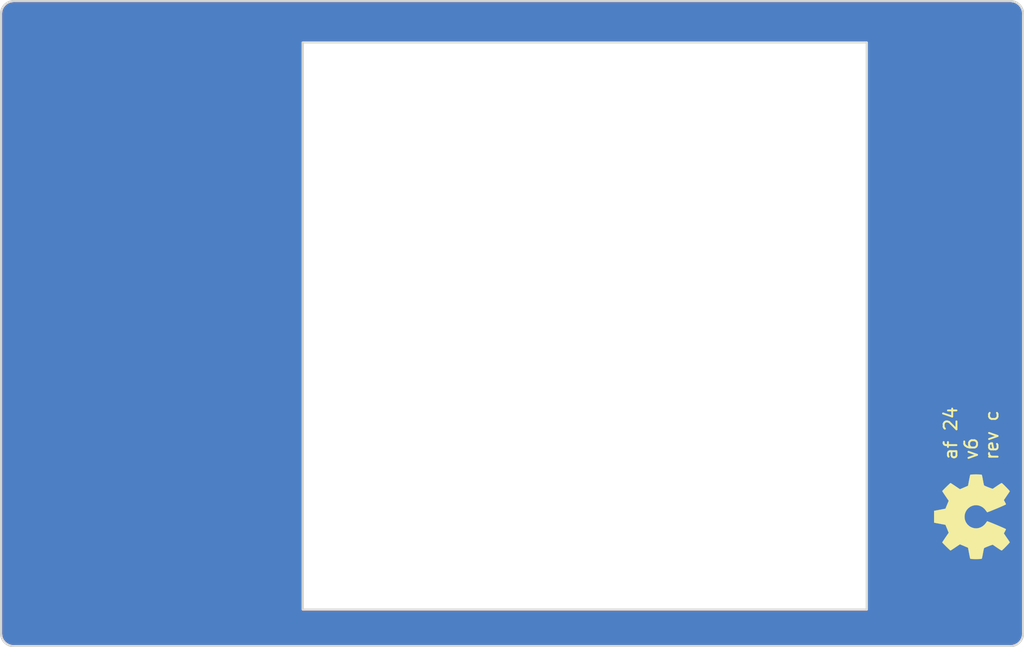
<source format=kicad_pcb>
(kicad_pcb (version 20241229) (generator "pcbnew") (generator_version "9.0")
  (title_block (title "loeti v6") (date "2025-07-01") (rev "c") (company "elagil") (comment 1 "Fits Hammond mfg. case 1455C801/1455C802") (comment 2 "USB impedance matched for substrate: JLC04161H-7628"))
  (layers (0 "F.Cu" mixed) (2 "B.Cu" mixed) (13 "F.Paste" user) (15 "B.Paste" user) (5 "F.SilkS" user "F.Silkscreen") (7 "B.SilkS" user "B.Silkscreen") (1 "F.Mask" user) (3 "B.Mask" user) (25 "Edge.Cuts" user))
  (net 0 "")
  (net 1 "GND")
  (footprint "Symbol:OSHW-Symbol_6.7x6mm_SilkScreen" (layer "F.Cu") (at 182.875 111.875 90)
    (property "Reference" "oshw1" (hide yes))
    (property "Value" "Logo_Open_Hardware_Large" (hide yes))
    (fp_poly (pts (xy 0.555814 -2.531069) (xy 0.639635 -2.086445) (xy 0.94892 -1.958947) (xy 1.258206 -1.831449) (xy 1.629246 -2.083754) (xy 1.733157 -2.154004) (xy 1.827087 -2.216728) (xy 1.906652 -2.269062) (xy 1.96747 -2.308143) (xy 2.005157 -2.331107) (xy 2.015421 -2.336058) (xy 2.03391 -2.323324) (xy 2.07342 -2.288118) (xy 2.129522 -2.234938) (xy 2.197787 -2.168282) (xy 2.273786 -2.092646) (xy 2.353092 -2.012528) (xy 2.431275 -1.932426) (xy 2.503907 -1.856836) (xy 2.566559 -1.790255) (xy 2.614803 -1.737182) (xy 2.64421 -1.702113) (xy 2.651241 -1.690377) (xy 2.641123 -1.66874) (xy 2.612759 -1.621338) (xy 2.569129 -1.552807) (xy 2.513218 -1.467785) (xy 2.448006 -1.370907) (xy 2.410219 -1.31565) (xy 2.341343 -1.214752) (xy 2.28014 -1.123701) (xy 2.229578 -1.04703) (xy 2.192628 -0.989272) (xy 2.172258 -0.954957) (xy 2.169197 -0.947746) (xy 2.176136 -0.927252) (xy 2.195051 -0.879487) (xy 2.223087 -0.811168) (xy 2.257391 -0.729011) (xy 2.295109 -0.63973) (xy 2.333387 -0.550042) (xy 2.36937 -0.466662) (xy 2.400206 -0.396306) (xy 2.423039 -0.34569) (xy 2.435017 -0.321529) (xy 2.435724 -0.320578) (xy 2.454531 -0.315964) (xy 2.504618 -0.305672) (xy 2.580793 -0.290713) (xy 2.677865 -0.272099) (xy 2.790643 -0.250841) (xy 2.856442 -0.238582) (xy 2.97695 -0.215638) (xy 3.085797 -0.193805) (xy 3.177476 -0.174278) (xy 3.246481 -0.158252) (xy 3.287304 -0.146921) (xy 3.295511 -0.143326) (xy 3.303548 -0.118994) (xy 3.310033 -0.064041) (xy 3.31497 0.015108) (xy 3.318364 0.112026) (xy 3.320218 0.220287) (xy 3.320538 0.333465) (xy 3.319327 0.445135) (xy 3.31659 0.548868) (xy 3.312331 0.638241) (xy 3.306555 0.706826) (xy 3.299267 0.748197) (xy 3.294895 0.75681) (xy 3.268764 0.767133) (xy 3.213393 0.781892) (xy 3.136107 0.799352) (xy 3.04423 0.81778) (xy 3.012158 0.823741) (xy 2.857524 0.852066) (xy 2.735375 0.874876) (xy 2.641673 0.89308) (xy 2.572384 0.907583) (xy 2.523471 0.919292) (xy 2.490897 0.929115) (xy 2.470628 0.937956) (xy 2.458626 0.946724) (xy 2.456947 0.948457) (xy 2.440184 0.976371) (xy 2.414614 1.030695) (xy 2.382788 1.104777) (xy 2.34726 1.191965) (xy 2.310583 1.285608) (xy 2.275311 1.379052) (xy 2.243996 1.465647) (xy 2.219193 1.53874) (xy 2.203454 1.591678) (xy 2.199332 1.617811) (xy 2.199676 1.618726) (xy 2.213641 1.640086) (xy 2.245322 1.687084) (xy 2.291391 1.754827) (xy 2.348518 1.838423) (xy 2.413373 1.932982) (xy 2.431843 1.959854) (xy 2.497699 2.057275) (xy 2.55565 2.146163) (xy 2.602538 2.221412) (xy 2.635207 2.27792) (xy 2.6505 2.310581) (xy 2.651241 2.314593) (xy 2.638392 2.335684) (xy 2.602888 2.377464) (xy 2.549293 2.435445) (xy 2.482171 2.505135) (xy 2.406087 2.582045) (xy 2.325604 2.661683) (xy 2.245287 2.739561) (xy 2.169699 2.811186) (xy 2.103405 2.87207) (xy 2.050969 2.917721) (xy 2.016955 2.94365) (xy 2.007545 2.947883) (xy 1.985643 2.937912) (xy 1.9408 2.91102) (xy 1.880321 2.871736) (xy 1.833789 2.840117) (xy 1.749475 2.782098) (xy 1.649626 2.713784) (xy 1.549473 2.645579) (xy 1.495627 2.609075) (xy 1.313371 2.4858) (xy 1.160381 2.56852) (xy 1.090682 2.604759) (xy 1.031414 2.632926) (xy 0.991311 2.648991) (xy 0.981103 2.651226) (xy 0.968829 2.634722) (xy 0.944613 2.588082) (xy 0.910263 2.515609) (xy 0.867588 2.421606) (xy 0.818394 2.310374) (xy 0.76449 2.186215) (xy 0.707684 2.053432) (xy 0.649782 1.916327) (xy 0.592593 1.779202) (xy 0.537924 1.646358) (xy 0.487584 1.522098) (xy 0.44338 1.410725) (xy 0.407119 1.316539) (xy 0.380609 1.243844) (xy 0.365658 1.196941) (xy 0.363254 1.180833) (xy 0.382311 1.160286) (xy 0.424036 1.126933) (xy 0.479706 1.087702) (xy 0.484378 1.084599) (xy 0.628264 0.969423) (xy 0.744283 0.835053) (xy 0.83143 0.685784) (xy 0.888699 0.525913) (xy 0.915086 0.359737) (xy 0.909585 0.191552) (xy 0.87119 0.025655) (xy 0.798895 -0.133658) (xy 0.777626 -0.168513) (xy 0.666996 -0.309263) (xy 0.536302 -0.422286) (xy 0.390064 -0.506997) (xy 0.232808 -0.562806) (xy 0.069057 -0.589126) (xy -0.096667 -0.58537) (xy -0.259838 -0.55095) (xy -0.415935 -0.485277) (xy -0.560433 -0.387765) (xy -0.605131 -0.348187) (xy -0.718888 -0.224297) (xy -0.801782 -0.093876) (xy -0.858644 0.052315) (xy -0.890313 0.197088) (xy -0.898131 0.35986) (xy -0.872062 0.52344) (xy -0.814755 0.682298) (xy -0.728856 0.830906) (xy -0.617014 0.963735) (xy -0.481877 1.075256) (xy -0.464117 1.087011) (xy -0.40785 1.125508) (xy -0.365077 1.158863) (xy -0.344628 1.18016) (xy -0.344331 1.180833) (xy -0.348721 1.203871) (xy -0.366124 1.256157) (xy -0.394732 1.33339) (xy -0.432735 1.431268) (xy -0.478326 1.545491) (xy -0.529697 1.671758) (xy -0.585038 1.805767) (xy -0.642542 1.943218) (xy -0.700399 2.079808) (xy -0.756802 2.211237) (xy -0.809942 2.333205) (xy -0.85801 2.441409) (xy -0.899199 2.531549) (xy -0.931699 2.599323) (xy -0.953703 2.64043) (xy -0.962564 2.651226) (xy -0.98964 2.642819) (xy -1.040303 2.620272) (xy -1.105817 2.587613) (xy -1.141841 2.56852) (xy -1.294832 2.4858) (xy -1.477088 2.609075) (xy -1.570125 2.672228) (xy -1.671985 2.741727) (xy -1.767438 2.807165) (xy -1.81525 2.840117) (xy -1.882495 2.885273) (xy -1.939436 2.921057) (xy -1.978646 2.942938) (xy -1.991381 2.947563) (xy -2.009917 2.935085) (xy -2.050941 2.900252) (xy -2.110475 2.846678) (xy -2.184542 2.777983) (xy -2.269165 2.697781) (xy -2.322685 2.646286) (xy -2.416319 2.554286) (xy -2.497241 2.471999) (xy -2.562177 2.402945) (xy -2.607858 2.350644) (xy -2.631011 2.318616) (xy -2.633232 2.312116) (xy -2.622924 2.287394) (xy -2.594439 2.237405) (xy -2.550937 2.167212) (xy -2.495577 2.081875) (xy -2.43152 1.986456) (xy -2.413303 1.959854) (xy -2.346927 1.863167) (xy -2.287378 1.776117) (xy -2.237984 1.703595) (xy -2.202075 1.650493) (xy -2.182981 1.621703) (xy -2.181136 1.618726) (xy -2.183895 1.595782) (xy -2.198538 1.545336) (xy -2.222513 1.474041) (xy -2.253266 1.388547) (xy -2.288244 1.295507) (xy -2.324893 1.201574) (xy -2.360661 1.113399) (xy -2.392994 1.037634) (xy -2.419338 0.980931) (xy -2.437142 0.949943) (xy -2.438407 0.948457) (xy -2.449294 0.939601) (xy -2.467682 0.930843) (xy -2.497606 0.921277) (xy -2.543103 0.909996) (xy -2.608209 0.896093) (xy -2.696961 0.878663) (xy -2.813393 0.856798) (xy -2.961542 0.829591) (xy -2.993618 0.823741) (xy -3.088686 0.805374) (xy -3.171565 0.787405) (xy -3.23493 0.771569) (xy -3.271458 0.7596) (xy -3.276356 0.75681) (xy -3.284427 0.732072) (xy -3.290987 0.67679) (xy -3.296033 0.597389) (xy -3.299559 0.500296) (xy -3.301561 0.391938) (xy -3.302036 0.27874) (xy -3.300977 0.167128) (xy -3.298382 0.063529) (xy -3.294246 -0.025632) (xy -3.288563 -0.093928) (xy -3.281331 -0.134934) (xy -3.276971 -0.143326) (xy -3.252698 -0.151792) (xy -3.197426 -0.165565) (xy -3.116662 -0.18345) (xy -3.015912 -0.204252) (xy -2.900683 -0.226777) (xy -2.837902 -0.238582) (xy -2.718787 -0.260849) (xy -2.612565 -0.281021) (xy -2.524427 -0.298085) (xy -2.459566 -0.311031) (xy -2.423174 -0.318845) (xy -2.417184 -0.320578) (xy -2.407061 -0.34011) (xy -2.385662 -0.387157) (xy -2.355839 -0.454997) (xy -2.320445 -0.536909) (xy -2.282332 -0.626172) (xy -2.244353 -0.716065) (xy -2.20936 -0.799865) (xy -2.180206 -0.870853) (xy -2.159743 -0.922306) (xy -2.150823 -0.947503) (xy -2.150657 -0.948604) (xy -2.160769 -0.968481) (xy -2.189117 -1.014223) (xy -2.232723 -1.081283) (xy -2.288606 -1.165116) (xy -2.353787 -1.261174) (xy -2.391679 -1.31635) (xy -2.460725 -1.417519) (xy -2.52205 -1.50937) (xy -2.572663 -1.587256) (xy -2.609571 -1.646531) (xy -2.629782 -1.682549) (xy -2.632701 -1.690623) (xy -2.620153 -1.709416) (xy -2.585463 -1.749543) (xy -2.533063 -1.806507) (xy -2.467384 -1.875815) (xy -2.392856 -1.952969) (xy -2.313913 -2.033475) (xy -2.234983 -2.112837) (xy -2.1605 -2.18656) (xy -2.094894 -2.250148) (xy -2.042596 -2.299106) (xy -2.008039 -2.328939) (xy -1.996478 -2.336058) (xy -1.977654 -2.326047) (xy -1.932631 -2.297922) (xy -1.865787 -2.254546) (xy -1.781499 -2.198782) (xy -1.684144 -2.133494) (xy -1.610707 -2.083754) (xy -1.239667 -1.831449) (xy -0.621095 -2.086445) (xy -0.537275 -2.531069) (xy -0.453454 -2.975693) (xy 0.471994 -2.975693) (xy 0.555814 -2.531069)) (stroke (width 0.01)) (fill yes) (layer "F.SilkS"))
  )
  (gr_line (start 106.875 72.5) (end 106.875 121) (stroke (width 0.15)) (layer "Edge.Cuts"))
  (gr_line (start 186.875 121) (end 186.875 72.5) (stroke (width 0.15)) (layer "Edge.Cuts"))
  (gr_arc (start 185.875 71.5) (mid 186.582107 71.792893) (end 186.875 72.5) (stroke (width 0.15)) (layer "Edge.Cuts"))
  (gr_line (start 185.875 71.5) (end 107.875 71.5) (stroke (width 0.15)) (layer "Edge.Cuts"))
  (gr_arc (start 186.875 121) (mid 186.582107 121.707107) (end 185.875 122) (stroke (width 0.15)) (layer "Edge.Cuts"))
  (gr_arc (start 107.875 122) (mid 107.167893 121.707107) (end 106.875 121) (stroke (width 0.15)) (layer "Edge.Cuts"))
  (gr_line (start 107.875 122) (end 185.875 122) (stroke (width 0.15)) (layer "Edge.Cuts"))
  (gr_arc (start 106.875 72.5) (mid 107.167893 71.792893) (end 107.875 71.5) (stroke (width 0.15)) (layer "Edge.Cuts"))
  (gr_rect (start 130.5 74.75) (end 174.625 119.125) (stroke (width 0.15)) (fill no) (layer "Edge.Cuts"))
  (gr_text "af 24\nv6\nrev c" (at 185 107.5 90) (layer "F.SilkS") (effects (font (size 1 1)) (justify left bottom)))
  (zone (net 1) (net_name "GND") (layers "F.Cu" "B.Cu") (connect_pads (clearance 0.25)) (min_thickness 0.25) (fill yes (thermal_gap 0.5) (thermal_bridge_width 0.5))
    (polygon (pts (xy 186.875 71.5) (xy 106.875 71.5) (xy 106.875 122) (xy 186.875 122)))
  )
)
</source>
